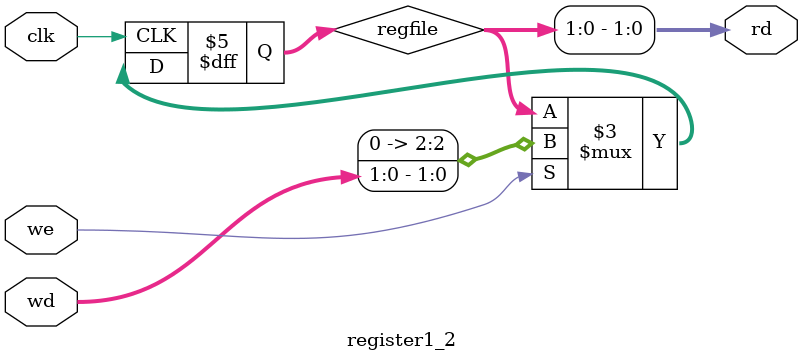
<source format=v>
`timescale 1ns / 1ps


module register1_2(
input clk,we,
input [1:0]wd,
output [1:0]rd
);
    
reg [2:0] regfile;
initial regfile=0;

assign rd = regfile;

always@(posedge  clk) 
begin
    if(we)regfile<=wd;
end
endmodule

</source>
